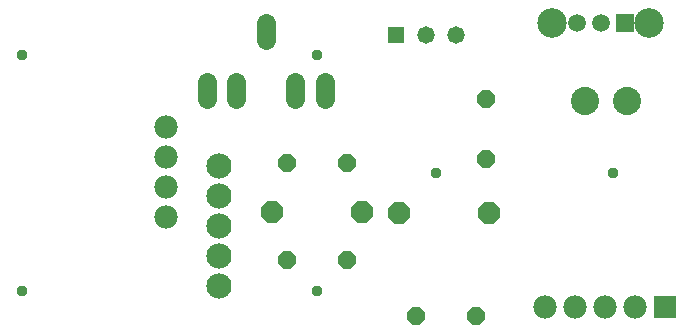
<source format=gbr>
G04 EAGLE Gerber RS-274X export*
G75*
%MOMM*%
%FSLAX34Y34*%
%LPD*%
%INSoldermask Bottom*%
%IPPOS*%
%AMOC8*
5,1,8,0,0,1.08239X$1,22.5*%
G01*
%ADD10P,1.649562X8X112.500000*%
%ADD11P,1.649562X8X22.500000*%
%ADD12P,1.649562X8X382.400000*%
%ADD13C,1.981200*%
%ADD14C,1.611200*%
%ADD15C,2.133600*%
%ADD16P,2.034460X8X22.500000*%
%ADD17P,2.034460X8X202.500000*%
%ADD18R,1.981200X1.981200*%
%ADD19C,2.387600*%
%ADD20R,1.471200X1.471200*%
%ADD21C,1.471200*%
%ADD22C,2.503200*%
%ADD23R,1.511200X1.511200*%
%ADD24C,1.511200*%
%ADD25C,0.959600*%


D10*
X492277Y162349D03*
X492277Y213149D03*
D11*
X324600Y159136D03*
X375400Y159136D03*
D12*
X324600Y76934D03*
X375400Y76846D03*
D13*
X222012Y189501D03*
X222012Y164101D03*
X222012Y138701D03*
X222012Y113301D03*
D14*
X306182Y262915D02*
X306182Y276995D01*
X256182Y226995D02*
X256182Y212915D01*
X281182Y212915D02*
X281182Y226995D01*
X356182Y226995D02*
X356182Y212915D01*
X331182Y212915D02*
X331182Y226995D01*
D15*
X266993Y54935D03*
X266993Y80335D03*
X266993Y105735D03*
X266993Y131135D03*
X266993Y156535D03*
D16*
X311900Y117598D03*
X388100Y117598D03*
D17*
X495600Y116813D03*
X419400Y116813D03*
D18*
X644446Y37100D03*
D13*
X619046Y37100D03*
X593646Y37100D03*
X568246Y37100D03*
X542846Y37100D03*
D19*
X576916Y211090D03*
X611916Y211090D03*
D11*
X433068Y28972D03*
X483868Y28972D03*
D20*
X416752Y267450D03*
D21*
X442152Y267450D03*
X467552Y267450D03*
D22*
X631000Y277500D03*
X549000Y277500D03*
D23*
X610000Y277500D03*
D24*
X590000Y277500D03*
X570000Y277500D03*
D25*
X100000Y50000D03*
X100000Y250000D03*
X600000Y150000D03*
X450000Y150000D03*
X350000Y250000D03*
X350000Y50000D03*
M02*

</source>
